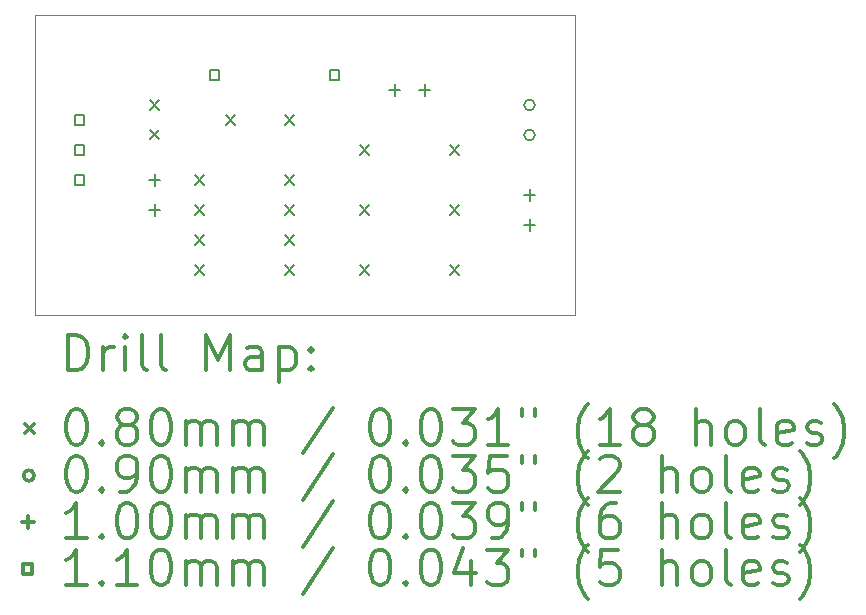
<source format=gbr>
%FSLAX45Y45*%
G04 Gerber Fmt 4.5, Leading zero omitted, Abs format (unit mm)*
G04 Created by KiCad (PCBNEW (5.1.9)-1) date 2021-04-22 01:38:21*
%MOMM*%
%LPD*%
G01*
G04 APERTURE LIST*
%TA.AperFunction,Profile*%
%ADD10C,0.050000*%
%TD*%
%ADD11C,0.200000*%
%ADD12C,0.300000*%
G04 APERTURE END LIST*
D10*
X6604000Y-4572000D02*
X2032000Y-4572000D01*
X6604000Y-2032000D02*
X2032000Y-2032000D01*
X6604000Y-4572000D02*
X6604000Y-2032000D01*
X2032000Y-2032000D02*
X2032000Y-4572000D01*
D11*
X3008000Y-2754000D02*
X3088000Y-2834000D01*
X3088000Y-2754000D02*
X3008000Y-2834000D01*
X3008000Y-3004000D02*
X3088000Y-3084000D01*
X3088000Y-3004000D02*
X3008000Y-3084000D01*
X3389000Y-3389000D02*
X3469000Y-3469000D01*
X3469000Y-3389000D02*
X3389000Y-3469000D01*
X3389000Y-3643000D02*
X3469000Y-3723000D01*
X3469000Y-3643000D02*
X3389000Y-3723000D01*
X3389000Y-3897000D02*
X3469000Y-3977000D01*
X3469000Y-3897000D02*
X3389000Y-3977000D01*
X3389000Y-4151000D02*
X3469000Y-4231000D01*
X3469000Y-4151000D02*
X3389000Y-4231000D01*
X3651000Y-2881000D02*
X3731000Y-2961000D01*
X3731000Y-2881000D02*
X3651000Y-2961000D01*
X4151000Y-2881000D02*
X4231000Y-2961000D01*
X4231000Y-2881000D02*
X4151000Y-2961000D01*
X4151000Y-3389000D02*
X4231000Y-3469000D01*
X4231000Y-3389000D02*
X4151000Y-3469000D01*
X4151000Y-3643000D02*
X4231000Y-3723000D01*
X4231000Y-3643000D02*
X4151000Y-3723000D01*
X4151000Y-3897000D02*
X4231000Y-3977000D01*
X4231000Y-3897000D02*
X4151000Y-3977000D01*
X4151000Y-4151000D02*
X4231000Y-4231000D01*
X4231000Y-4151000D02*
X4151000Y-4231000D01*
X4786000Y-3135000D02*
X4866000Y-3215000D01*
X4866000Y-3135000D02*
X4786000Y-3215000D01*
X4786000Y-3643000D02*
X4866000Y-3723000D01*
X4866000Y-3643000D02*
X4786000Y-3723000D01*
X4786000Y-4151000D02*
X4866000Y-4231000D01*
X4866000Y-4151000D02*
X4786000Y-4231000D01*
X5548000Y-3135000D02*
X5628000Y-3215000D01*
X5628000Y-3135000D02*
X5548000Y-3215000D01*
X5548000Y-3643000D02*
X5628000Y-3723000D01*
X5628000Y-3643000D02*
X5548000Y-3723000D01*
X5548000Y-4151000D02*
X5628000Y-4231000D01*
X5628000Y-4151000D02*
X5548000Y-4231000D01*
X6268000Y-2794000D02*
G75*
G03*
X6268000Y-2794000I-45000J0D01*
G01*
X6268000Y-3048000D02*
G75*
G03*
X6268000Y-3048000I-45000J0D01*
G01*
X3048000Y-3379000D02*
X3048000Y-3479000D01*
X2998000Y-3429000D02*
X3098000Y-3429000D01*
X3048000Y-3633000D02*
X3048000Y-3733000D01*
X2998000Y-3683000D02*
X3098000Y-3683000D01*
X5080000Y-2617000D02*
X5080000Y-2717000D01*
X5030000Y-2667000D02*
X5130000Y-2667000D01*
X5334000Y-2617000D02*
X5334000Y-2717000D01*
X5284000Y-2667000D02*
X5384000Y-2667000D01*
X6223000Y-3506000D02*
X6223000Y-3606000D01*
X6173000Y-3556000D02*
X6273000Y-3556000D01*
X6223000Y-3760000D02*
X6223000Y-3860000D01*
X6173000Y-3810000D02*
X6273000Y-3810000D01*
X2451891Y-2959891D02*
X2451891Y-2882109D01*
X2374109Y-2882109D01*
X2374109Y-2959891D01*
X2451891Y-2959891D01*
X2451891Y-3213891D02*
X2451891Y-3136109D01*
X2374109Y-3136109D01*
X2374109Y-3213891D01*
X2451891Y-3213891D01*
X2451891Y-3467891D02*
X2451891Y-3390109D01*
X2374109Y-3390109D01*
X2374109Y-3467891D01*
X2451891Y-3467891D01*
X3594891Y-2578891D02*
X3594891Y-2501109D01*
X3517109Y-2501109D01*
X3517109Y-2578891D01*
X3594891Y-2578891D01*
X4610891Y-2578891D02*
X4610891Y-2501109D01*
X4533109Y-2501109D01*
X4533109Y-2578891D01*
X4610891Y-2578891D01*
D12*
X2315928Y-5040214D02*
X2315928Y-4740214D01*
X2387357Y-4740214D01*
X2430214Y-4754500D01*
X2458786Y-4783072D01*
X2473071Y-4811643D01*
X2487357Y-4868786D01*
X2487357Y-4911643D01*
X2473071Y-4968786D01*
X2458786Y-4997357D01*
X2430214Y-5025929D01*
X2387357Y-5040214D01*
X2315928Y-5040214D01*
X2615928Y-5040214D02*
X2615928Y-4840214D01*
X2615928Y-4897357D02*
X2630214Y-4868786D01*
X2644500Y-4854500D01*
X2673071Y-4840214D01*
X2701643Y-4840214D01*
X2801643Y-5040214D02*
X2801643Y-4840214D01*
X2801643Y-4740214D02*
X2787357Y-4754500D01*
X2801643Y-4768786D01*
X2815928Y-4754500D01*
X2801643Y-4740214D01*
X2801643Y-4768786D01*
X2987357Y-5040214D02*
X2958786Y-5025929D01*
X2944500Y-4997357D01*
X2944500Y-4740214D01*
X3144500Y-5040214D02*
X3115928Y-5025929D01*
X3101643Y-4997357D01*
X3101643Y-4740214D01*
X3487357Y-5040214D02*
X3487357Y-4740214D01*
X3587357Y-4954500D01*
X3687357Y-4740214D01*
X3687357Y-5040214D01*
X3958786Y-5040214D02*
X3958786Y-4883072D01*
X3944500Y-4854500D01*
X3915928Y-4840214D01*
X3858786Y-4840214D01*
X3830214Y-4854500D01*
X3958786Y-5025929D02*
X3930214Y-5040214D01*
X3858786Y-5040214D01*
X3830214Y-5025929D01*
X3815928Y-4997357D01*
X3815928Y-4968786D01*
X3830214Y-4940214D01*
X3858786Y-4925929D01*
X3930214Y-4925929D01*
X3958786Y-4911643D01*
X4101643Y-4840214D02*
X4101643Y-5140214D01*
X4101643Y-4854500D02*
X4130214Y-4840214D01*
X4187357Y-4840214D01*
X4215928Y-4854500D01*
X4230214Y-4868786D01*
X4244500Y-4897357D01*
X4244500Y-4983072D01*
X4230214Y-5011643D01*
X4215928Y-5025929D01*
X4187357Y-5040214D01*
X4130214Y-5040214D01*
X4101643Y-5025929D01*
X4373071Y-5011643D02*
X4387357Y-5025929D01*
X4373071Y-5040214D01*
X4358786Y-5025929D01*
X4373071Y-5011643D01*
X4373071Y-5040214D01*
X4373071Y-4854500D02*
X4387357Y-4868786D01*
X4373071Y-4883072D01*
X4358786Y-4868786D01*
X4373071Y-4854500D01*
X4373071Y-4883072D01*
X1949500Y-5494500D02*
X2029500Y-5574500D01*
X2029500Y-5494500D02*
X1949500Y-5574500D01*
X2373071Y-5370214D02*
X2401643Y-5370214D01*
X2430214Y-5384500D01*
X2444500Y-5398786D01*
X2458786Y-5427357D01*
X2473071Y-5484500D01*
X2473071Y-5555929D01*
X2458786Y-5613071D01*
X2444500Y-5641643D01*
X2430214Y-5655929D01*
X2401643Y-5670214D01*
X2373071Y-5670214D01*
X2344500Y-5655929D01*
X2330214Y-5641643D01*
X2315928Y-5613071D01*
X2301643Y-5555929D01*
X2301643Y-5484500D01*
X2315928Y-5427357D01*
X2330214Y-5398786D01*
X2344500Y-5384500D01*
X2373071Y-5370214D01*
X2601643Y-5641643D02*
X2615928Y-5655929D01*
X2601643Y-5670214D01*
X2587357Y-5655929D01*
X2601643Y-5641643D01*
X2601643Y-5670214D01*
X2787357Y-5498786D02*
X2758786Y-5484500D01*
X2744500Y-5470214D01*
X2730214Y-5441643D01*
X2730214Y-5427357D01*
X2744500Y-5398786D01*
X2758786Y-5384500D01*
X2787357Y-5370214D01*
X2844500Y-5370214D01*
X2873071Y-5384500D01*
X2887357Y-5398786D01*
X2901643Y-5427357D01*
X2901643Y-5441643D01*
X2887357Y-5470214D01*
X2873071Y-5484500D01*
X2844500Y-5498786D01*
X2787357Y-5498786D01*
X2758786Y-5513072D01*
X2744500Y-5527357D01*
X2730214Y-5555929D01*
X2730214Y-5613071D01*
X2744500Y-5641643D01*
X2758786Y-5655929D01*
X2787357Y-5670214D01*
X2844500Y-5670214D01*
X2873071Y-5655929D01*
X2887357Y-5641643D01*
X2901643Y-5613071D01*
X2901643Y-5555929D01*
X2887357Y-5527357D01*
X2873071Y-5513072D01*
X2844500Y-5498786D01*
X3087357Y-5370214D02*
X3115928Y-5370214D01*
X3144500Y-5384500D01*
X3158786Y-5398786D01*
X3173071Y-5427357D01*
X3187357Y-5484500D01*
X3187357Y-5555929D01*
X3173071Y-5613071D01*
X3158786Y-5641643D01*
X3144500Y-5655929D01*
X3115928Y-5670214D01*
X3087357Y-5670214D01*
X3058786Y-5655929D01*
X3044500Y-5641643D01*
X3030214Y-5613071D01*
X3015928Y-5555929D01*
X3015928Y-5484500D01*
X3030214Y-5427357D01*
X3044500Y-5398786D01*
X3058786Y-5384500D01*
X3087357Y-5370214D01*
X3315928Y-5670214D02*
X3315928Y-5470214D01*
X3315928Y-5498786D02*
X3330214Y-5484500D01*
X3358786Y-5470214D01*
X3401643Y-5470214D01*
X3430214Y-5484500D01*
X3444500Y-5513072D01*
X3444500Y-5670214D01*
X3444500Y-5513072D02*
X3458786Y-5484500D01*
X3487357Y-5470214D01*
X3530214Y-5470214D01*
X3558786Y-5484500D01*
X3573071Y-5513072D01*
X3573071Y-5670214D01*
X3715928Y-5670214D02*
X3715928Y-5470214D01*
X3715928Y-5498786D02*
X3730214Y-5484500D01*
X3758786Y-5470214D01*
X3801643Y-5470214D01*
X3830214Y-5484500D01*
X3844500Y-5513072D01*
X3844500Y-5670214D01*
X3844500Y-5513072D02*
X3858786Y-5484500D01*
X3887357Y-5470214D01*
X3930214Y-5470214D01*
X3958786Y-5484500D01*
X3973071Y-5513072D01*
X3973071Y-5670214D01*
X4558786Y-5355929D02*
X4301643Y-5741643D01*
X4944500Y-5370214D02*
X4973071Y-5370214D01*
X5001643Y-5384500D01*
X5015928Y-5398786D01*
X5030214Y-5427357D01*
X5044500Y-5484500D01*
X5044500Y-5555929D01*
X5030214Y-5613071D01*
X5015928Y-5641643D01*
X5001643Y-5655929D01*
X4973071Y-5670214D01*
X4944500Y-5670214D01*
X4915928Y-5655929D01*
X4901643Y-5641643D01*
X4887357Y-5613071D01*
X4873071Y-5555929D01*
X4873071Y-5484500D01*
X4887357Y-5427357D01*
X4901643Y-5398786D01*
X4915928Y-5384500D01*
X4944500Y-5370214D01*
X5173071Y-5641643D02*
X5187357Y-5655929D01*
X5173071Y-5670214D01*
X5158786Y-5655929D01*
X5173071Y-5641643D01*
X5173071Y-5670214D01*
X5373071Y-5370214D02*
X5401643Y-5370214D01*
X5430214Y-5384500D01*
X5444500Y-5398786D01*
X5458786Y-5427357D01*
X5473071Y-5484500D01*
X5473071Y-5555929D01*
X5458786Y-5613071D01*
X5444500Y-5641643D01*
X5430214Y-5655929D01*
X5401643Y-5670214D01*
X5373071Y-5670214D01*
X5344500Y-5655929D01*
X5330214Y-5641643D01*
X5315928Y-5613071D01*
X5301643Y-5555929D01*
X5301643Y-5484500D01*
X5315928Y-5427357D01*
X5330214Y-5398786D01*
X5344500Y-5384500D01*
X5373071Y-5370214D01*
X5573071Y-5370214D02*
X5758786Y-5370214D01*
X5658786Y-5484500D01*
X5701643Y-5484500D01*
X5730214Y-5498786D01*
X5744500Y-5513072D01*
X5758786Y-5541643D01*
X5758786Y-5613071D01*
X5744500Y-5641643D01*
X5730214Y-5655929D01*
X5701643Y-5670214D01*
X5615928Y-5670214D01*
X5587357Y-5655929D01*
X5573071Y-5641643D01*
X6044500Y-5670214D02*
X5873071Y-5670214D01*
X5958786Y-5670214D02*
X5958786Y-5370214D01*
X5930214Y-5413072D01*
X5901643Y-5441643D01*
X5873071Y-5455929D01*
X6158786Y-5370214D02*
X6158786Y-5427357D01*
X6273071Y-5370214D02*
X6273071Y-5427357D01*
X6715928Y-5784500D02*
X6701643Y-5770214D01*
X6673071Y-5727357D01*
X6658786Y-5698786D01*
X6644500Y-5655929D01*
X6630214Y-5584500D01*
X6630214Y-5527357D01*
X6644500Y-5455929D01*
X6658786Y-5413072D01*
X6673071Y-5384500D01*
X6701643Y-5341643D01*
X6715928Y-5327357D01*
X6987357Y-5670214D02*
X6815928Y-5670214D01*
X6901643Y-5670214D02*
X6901643Y-5370214D01*
X6873071Y-5413072D01*
X6844500Y-5441643D01*
X6815928Y-5455929D01*
X7158786Y-5498786D02*
X7130214Y-5484500D01*
X7115928Y-5470214D01*
X7101643Y-5441643D01*
X7101643Y-5427357D01*
X7115928Y-5398786D01*
X7130214Y-5384500D01*
X7158786Y-5370214D01*
X7215928Y-5370214D01*
X7244500Y-5384500D01*
X7258786Y-5398786D01*
X7273071Y-5427357D01*
X7273071Y-5441643D01*
X7258786Y-5470214D01*
X7244500Y-5484500D01*
X7215928Y-5498786D01*
X7158786Y-5498786D01*
X7130214Y-5513072D01*
X7115928Y-5527357D01*
X7101643Y-5555929D01*
X7101643Y-5613071D01*
X7115928Y-5641643D01*
X7130214Y-5655929D01*
X7158786Y-5670214D01*
X7215928Y-5670214D01*
X7244500Y-5655929D01*
X7258786Y-5641643D01*
X7273071Y-5613071D01*
X7273071Y-5555929D01*
X7258786Y-5527357D01*
X7244500Y-5513072D01*
X7215928Y-5498786D01*
X7630214Y-5670214D02*
X7630214Y-5370214D01*
X7758786Y-5670214D02*
X7758786Y-5513072D01*
X7744500Y-5484500D01*
X7715928Y-5470214D01*
X7673071Y-5470214D01*
X7644500Y-5484500D01*
X7630214Y-5498786D01*
X7944500Y-5670214D02*
X7915928Y-5655929D01*
X7901643Y-5641643D01*
X7887357Y-5613071D01*
X7887357Y-5527357D01*
X7901643Y-5498786D01*
X7915928Y-5484500D01*
X7944500Y-5470214D01*
X7987357Y-5470214D01*
X8015928Y-5484500D01*
X8030214Y-5498786D01*
X8044500Y-5527357D01*
X8044500Y-5613071D01*
X8030214Y-5641643D01*
X8015928Y-5655929D01*
X7987357Y-5670214D01*
X7944500Y-5670214D01*
X8215928Y-5670214D02*
X8187357Y-5655929D01*
X8173071Y-5627357D01*
X8173071Y-5370214D01*
X8444500Y-5655929D02*
X8415928Y-5670214D01*
X8358786Y-5670214D01*
X8330214Y-5655929D01*
X8315928Y-5627357D01*
X8315928Y-5513072D01*
X8330214Y-5484500D01*
X8358786Y-5470214D01*
X8415928Y-5470214D01*
X8444500Y-5484500D01*
X8458786Y-5513072D01*
X8458786Y-5541643D01*
X8315928Y-5570214D01*
X8573071Y-5655929D02*
X8601643Y-5670214D01*
X8658786Y-5670214D01*
X8687357Y-5655929D01*
X8701643Y-5627357D01*
X8701643Y-5613071D01*
X8687357Y-5584500D01*
X8658786Y-5570214D01*
X8615928Y-5570214D01*
X8587357Y-5555929D01*
X8573071Y-5527357D01*
X8573071Y-5513072D01*
X8587357Y-5484500D01*
X8615928Y-5470214D01*
X8658786Y-5470214D01*
X8687357Y-5484500D01*
X8801643Y-5784500D02*
X8815928Y-5770214D01*
X8844500Y-5727357D01*
X8858786Y-5698786D01*
X8873071Y-5655929D01*
X8887357Y-5584500D01*
X8887357Y-5527357D01*
X8873071Y-5455929D01*
X8858786Y-5413072D01*
X8844500Y-5384500D01*
X8815928Y-5341643D01*
X8801643Y-5327357D01*
X2029500Y-5930500D02*
G75*
G03*
X2029500Y-5930500I-45000J0D01*
G01*
X2373071Y-5766214D02*
X2401643Y-5766214D01*
X2430214Y-5780500D01*
X2444500Y-5794786D01*
X2458786Y-5823357D01*
X2473071Y-5880500D01*
X2473071Y-5951929D01*
X2458786Y-6009071D01*
X2444500Y-6037643D01*
X2430214Y-6051929D01*
X2401643Y-6066214D01*
X2373071Y-6066214D01*
X2344500Y-6051929D01*
X2330214Y-6037643D01*
X2315928Y-6009071D01*
X2301643Y-5951929D01*
X2301643Y-5880500D01*
X2315928Y-5823357D01*
X2330214Y-5794786D01*
X2344500Y-5780500D01*
X2373071Y-5766214D01*
X2601643Y-6037643D02*
X2615928Y-6051929D01*
X2601643Y-6066214D01*
X2587357Y-6051929D01*
X2601643Y-6037643D01*
X2601643Y-6066214D01*
X2758786Y-6066214D02*
X2815928Y-6066214D01*
X2844500Y-6051929D01*
X2858786Y-6037643D01*
X2887357Y-5994786D01*
X2901643Y-5937643D01*
X2901643Y-5823357D01*
X2887357Y-5794786D01*
X2873071Y-5780500D01*
X2844500Y-5766214D01*
X2787357Y-5766214D01*
X2758786Y-5780500D01*
X2744500Y-5794786D01*
X2730214Y-5823357D01*
X2730214Y-5894786D01*
X2744500Y-5923357D01*
X2758786Y-5937643D01*
X2787357Y-5951929D01*
X2844500Y-5951929D01*
X2873071Y-5937643D01*
X2887357Y-5923357D01*
X2901643Y-5894786D01*
X3087357Y-5766214D02*
X3115928Y-5766214D01*
X3144500Y-5780500D01*
X3158786Y-5794786D01*
X3173071Y-5823357D01*
X3187357Y-5880500D01*
X3187357Y-5951929D01*
X3173071Y-6009071D01*
X3158786Y-6037643D01*
X3144500Y-6051929D01*
X3115928Y-6066214D01*
X3087357Y-6066214D01*
X3058786Y-6051929D01*
X3044500Y-6037643D01*
X3030214Y-6009071D01*
X3015928Y-5951929D01*
X3015928Y-5880500D01*
X3030214Y-5823357D01*
X3044500Y-5794786D01*
X3058786Y-5780500D01*
X3087357Y-5766214D01*
X3315928Y-6066214D02*
X3315928Y-5866214D01*
X3315928Y-5894786D02*
X3330214Y-5880500D01*
X3358786Y-5866214D01*
X3401643Y-5866214D01*
X3430214Y-5880500D01*
X3444500Y-5909071D01*
X3444500Y-6066214D01*
X3444500Y-5909071D02*
X3458786Y-5880500D01*
X3487357Y-5866214D01*
X3530214Y-5866214D01*
X3558786Y-5880500D01*
X3573071Y-5909071D01*
X3573071Y-6066214D01*
X3715928Y-6066214D02*
X3715928Y-5866214D01*
X3715928Y-5894786D02*
X3730214Y-5880500D01*
X3758786Y-5866214D01*
X3801643Y-5866214D01*
X3830214Y-5880500D01*
X3844500Y-5909071D01*
X3844500Y-6066214D01*
X3844500Y-5909071D02*
X3858786Y-5880500D01*
X3887357Y-5866214D01*
X3930214Y-5866214D01*
X3958786Y-5880500D01*
X3973071Y-5909071D01*
X3973071Y-6066214D01*
X4558786Y-5751929D02*
X4301643Y-6137643D01*
X4944500Y-5766214D02*
X4973071Y-5766214D01*
X5001643Y-5780500D01*
X5015928Y-5794786D01*
X5030214Y-5823357D01*
X5044500Y-5880500D01*
X5044500Y-5951929D01*
X5030214Y-6009071D01*
X5015928Y-6037643D01*
X5001643Y-6051929D01*
X4973071Y-6066214D01*
X4944500Y-6066214D01*
X4915928Y-6051929D01*
X4901643Y-6037643D01*
X4887357Y-6009071D01*
X4873071Y-5951929D01*
X4873071Y-5880500D01*
X4887357Y-5823357D01*
X4901643Y-5794786D01*
X4915928Y-5780500D01*
X4944500Y-5766214D01*
X5173071Y-6037643D02*
X5187357Y-6051929D01*
X5173071Y-6066214D01*
X5158786Y-6051929D01*
X5173071Y-6037643D01*
X5173071Y-6066214D01*
X5373071Y-5766214D02*
X5401643Y-5766214D01*
X5430214Y-5780500D01*
X5444500Y-5794786D01*
X5458786Y-5823357D01*
X5473071Y-5880500D01*
X5473071Y-5951929D01*
X5458786Y-6009071D01*
X5444500Y-6037643D01*
X5430214Y-6051929D01*
X5401643Y-6066214D01*
X5373071Y-6066214D01*
X5344500Y-6051929D01*
X5330214Y-6037643D01*
X5315928Y-6009071D01*
X5301643Y-5951929D01*
X5301643Y-5880500D01*
X5315928Y-5823357D01*
X5330214Y-5794786D01*
X5344500Y-5780500D01*
X5373071Y-5766214D01*
X5573071Y-5766214D02*
X5758786Y-5766214D01*
X5658786Y-5880500D01*
X5701643Y-5880500D01*
X5730214Y-5894786D01*
X5744500Y-5909071D01*
X5758786Y-5937643D01*
X5758786Y-6009071D01*
X5744500Y-6037643D01*
X5730214Y-6051929D01*
X5701643Y-6066214D01*
X5615928Y-6066214D01*
X5587357Y-6051929D01*
X5573071Y-6037643D01*
X6030214Y-5766214D02*
X5887357Y-5766214D01*
X5873071Y-5909071D01*
X5887357Y-5894786D01*
X5915928Y-5880500D01*
X5987357Y-5880500D01*
X6015928Y-5894786D01*
X6030214Y-5909071D01*
X6044500Y-5937643D01*
X6044500Y-6009071D01*
X6030214Y-6037643D01*
X6015928Y-6051929D01*
X5987357Y-6066214D01*
X5915928Y-6066214D01*
X5887357Y-6051929D01*
X5873071Y-6037643D01*
X6158786Y-5766214D02*
X6158786Y-5823357D01*
X6273071Y-5766214D02*
X6273071Y-5823357D01*
X6715928Y-6180500D02*
X6701643Y-6166214D01*
X6673071Y-6123357D01*
X6658786Y-6094786D01*
X6644500Y-6051929D01*
X6630214Y-5980500D01*
X6630214Y-5923357D01*
X6644500Y-5851929D01*
X6658786Y-5809071D01*
X6673071Y-5780500D01*
X6701643Y-5737643D01*
X6715928Y-5723357D01*
X6815928Y-5794786D02*
X6830214Y-5780500D01*
X6858786Y-5766214D01*
X6930214Y-5766214D01*
X6958786Y-5780500D01*
X6973071Y-5794786D01*
X6987357Y-5823357D01*
X6987357Y-5851929D01*
X6973071Y-5894786D01*
X6801643Y-6066214D01*
X6987357Y-6066214D01*
X7344500Y-6066214D02*
X7344500Y-5766214D01*
X7473071Y-6066214D02*
X7473071Y-5909071D01*
X7458786Y-5880500D01*
X7430214Y-5866214D01*
X7387357Y-5866214D01*
X7358786Y-5880500D01*
X7344500Y-5894786D01*
X7658786Y-6066214D02*
X7630214Y-6051929D01*
X7615928Y-6037643D01*
X7601643Y-6009071D01*
X7601643Y-5923357D01*
X7615928Y-5894786D01*
X7630214Y-5880500D01*
X7658786Y-5866214D01*
X7701643Y-5866214D01*
X7730214Y-5880500D01*
X7744500Y-5894786D01*
X7758786Y-5923357D01*
X7758786Y-6009071D01*
X7744500Y-6037643D01*
X7730214Y-6051929D01*
X7701643Y-6066214D01*
X7658786Y-6066214D01*
X7930214Y-6066214D02*
X7901643Y-6051929D01*
X7887357Y-6023357D01*
X7887357Y-5766214D01*
X8158786Y-6051929D02*
X8130214Y-6066214D01*
X8073071Y-6066214D01*
X8044500Y-6051929D01*
X8030214Y-6023357D01*
X8030214Y-5909071D01*
X8044500Y-5880500D01*
X8073071Y-5866214D01*
X8130214Y-5866214D01*
X8158786Y-5880500D01*
X8173071Y-5909071D01*
X8173071Y-5937643D01*
X8030214Y-5966214D01*
X8287357Y-6051929D02*
X8315928Y-6066214D01*
X8373071Y-6066214D01*
X8401643Y-6051929D01*
X8415928Y-6023357D01*
X8415928Y-6009071D01*
X8401643Y-5980500D01*
X8373071Y-5966214D01*
X8330214Y-5966214D01*
X8301643Y-5951929D01*
X8287357Y-5923357D01*
X8287357Y-5909071D01*
X8301643Y-5880500D01*
X8330214Y-5866214D01*
X8373071Y-5866214D01*
X8401643Y-5880500D01*
X8515928Y-6180500D02*
X8530214Y-6166214D01*
X8558786Y-6123357D01*
X8573071Y-6094786D01*
X8587357Y-6051929D01*
X8601643Y-5980500D01*
X8601643Y-5923357D01*
X8587357Y-5851929D01*
X8573071Y-5809071D01*
X8558786Y-5780500D01*
X8530214Y-5737643D01*
X8515928Y-5723357D01*
X1979500Y-6276500D02*
X1979500Y-6376500D01*
X1929500Y-6326500D02*
X2029500Y-6326500D01*
X2473071Y-6462214D02*
X2301643Y-6462214D01*
X2387357Y-6462214D02*
X2387357Y-6162214D01*
X2358786Y-6205071D01*
X2330214Y-6233643D01*
X2301643Y-6247929D01*
X2601643Y-6433643D02*
X2615928Y-6447929D01*
X2601643Y-6462214D01*
X2587357Y-6447929D01*
X2601643Y-6433643D01*
X2601643Y-6462214D01*
X2801643Y-6162214D02*
X2830214Y-6162214D01*
X2858786Y-6176500D01*
X2873071Y-6190786D01*
X2887357Y-6219357D01*
X2901643Y-6276500D01*
X2901643Y-6347929D01*
X2887357Y-6405071D01*
X2873071Y-6433643D01*
X2858786Y-6447929D01*
X2830214Y-6462214D01*
X2801643Y-6462214D01*
X2773071Y-6447929D01*
X2758786Y-6433643D01*
X2744500Y-6405071D01*
X2730214Y-6347929D01*
X2730214Y-6276500D01*
X2744500Y-6219357D01*
X2758786Y-6190786D01*
X2773071Y-6176500D01*
X2801643Y-6162214D01*
X3087357Y-6162214D02*
X3115928Y-6162214D01*
X3144500Y-6176500D01*
X3158786Y-6190786D01*
X3173071Y-6219357D01*
X3187357Y-6276500D01*
X3187357Y-6347929D01*
X3173071Y-6405071D01*
X3158786Y-6433643D01*
X3144500Y-6447929D01*
X3115928Y-6462214D01*
X3087357Y-6462214D01*
X3058786Y-6447929D01*
X3044500Y-6433643D01*
X3030214Y-6405071D01*
X3015928Y-6347929D01*
X3015928Y-6276500D01*
X3030214Y-6219357D01*
X3044500Y-6190786D01*
X3058786Y-6176500D01*
X3087357Y-6162214D01*
X3315928Y-6462214D02*
X3315928Y-6262214D01*
X3315928Y-6290786D02*
X3330214Y-6276500D01*
X3358786Y-6262214D01*
X3401643Y-6262214D01*
X3430214Y-6276500D01*
X3444500Y-6305071D01*
X3444500Y-6462214D01*
X3444500Y-6305071D02*
X3458786Y-6276500D01*
X3487357Y-6262214D01*
X3530214Y-6262214D01*
X3558786Y-6276500D01*
X3573071Y-6305071D01*
X3573071Y-6462214D01*
X3715928Y-6462214D02*
X3715928Y-6262214D01*
X3715928Y-6290786D02*
X3730214Y-6276500D01*
X3758786Y-6262214D01*
X3801643Y-6262214D01*
X3830214Y-6276500D01*
X3844500Y-6305071D01*
X3844500Y-6462214D01*
X3844500Y-6305071D02*
X3858786Y-6276500D01*
X3887357Y-6262214D01*
X3930214Y-6262214D01*
X3958786Y-6276500D01*
X3973071Y-6305071D01*
X3973071Y-6462214D01*
X4558786Y-6147929D02*
X4301643Y-6533643D01*
X4944500Y-6162214D02*
X4973071Y-6162214D01*
X5001643Y-6176500D01*
X5015928Y-6190786D01*
X5030214Y-6219357D01*
X5044500Y-6276500D01*
X5044500Y-6347929D01*
X5030214Y-6405071D01*
X5015928Y-6433643D01*
X5001643Y-6447929D01*
X4973071Y-6462214D01*
X4944500Y-6462214D01*
X4915928Y-6447929D01*
X4901643Y-6433643D01*
X4887357Y-6405071D01*
X4873071Y-6347929D01*
X4873071Y-6276500D01*
X4887357Y-6219357D01*
X4901643Y-6190786D01*
X4915928Y-6176500D01*
X4944500Y-6162214D01*
X5173071Y-6433643D02*
X5187357Y-6447929D01*
X5173071Y-6462214D01*
X5158786Y-6447929D01*
X5173071Y-6433643D01*
X5173071Y-6462214D01*
X5373071Y-6162214D02*
X5401643Y-6162214D01*
X5430214Y-6176500D01*
X5444500Y-6190786D01*
X5458786Y-6219357D01*
X5473071Y-6276500D01*
X5473071Y-6347929D01*
X5458786Y-6405071D01*
X5444500Y-6433643D01*
X5430214Y-6447929D01*
X5401643Y-6462214D01*
X5373071Y-6462214D01*
X5344500Y-6447929D01*
X5330214Y-6433643D01*
X5315928Y-6405071D01*
X5301643Y-6347929D01*
X5301643Y-6276500D01*
X5315928Y-6219357D01*
X5330214Y-6190786D01*
X5344500Y-6176500D01*
X5373071Y-6162214D01*
X5573071Y-6162214D02*
X5758786Y-6162214D01*
X5658786Y-6276500D01*
X5701643Y-6276500D01*
X5730214Y-6290786D01*
X5744500Y-6305071D01*
X5758786Y-6333643D01*
X5758786Y-6405071D01*
X5744500Y-6433643D01*
X5730214Y-6447929D01*
X5701643Y-6462214D01*
X5615928Y-6462214D01*
X5587357Y-6447929D01*
X5573071Y-6433643D01*
X5901643Y-6462214D02*
X5958786Y-6462214D01*
X5987357Y-6447929D01*
X6001643Y-6433643D01*
X6030214Y-6390786D01*
X6044500Y-6333643D01*
X6044500Y-6219357D01*
X6030214Y-6190786D01*
X6015928Y-6176500D01*
X5987357Y-6162214D01*
X5930214Y-6162214D01*
X5901643Y-6176500D01*
X5887357Y-6190786D01*
X5873071Y-6219357D01*
X5873071Y-6290786D01*
X5887357Y-6319357D01*
X5901643Y-6333643D01*
X5930214Y-6347929D01*
X5987357Y-6347929D01*
X6015928Y-6333643D01*
X6030214Y-6319357D01*
X6044500Y-6290786D01*
X6158786Y-6162214D02*
X6158786Y-6219357D01*
X6273071Y-6162214D02*
X6273071Y-6219357D01*
X6715928Y-6576500D02*
X6701643Y-6562214D01*
X6673071Y-6519357D01*
X6658786Y-6490786D01*
X6644500Y-6447929D01*
X6630214Y-6376500D01*
X6630214Y-6319357D01*
X6644500Y-6247929D01*
X6658786Y-6205071D01*
X6673071Y-6176500D01*
X6701643Y-6133643D01*
X6715928Y-6119357D01*
X6958786Y-6162214D02*
X6901643Y-6162214D01*
X6873071Y-6176500D01*
X6858786Y-6190786D01*
X6830214Y-6233643D01*
X6815928Y-6290786D01*
X6815928Y-6405071D01*
X6830214Y-6433643D01*
X6844500Y-6447929D01*
X6873071Y-6462214D01*
X6930214Y-6462214D01*
X6958786Y-6447929D01*
X6973071Y-6433643D01*
X6987357Y-6405071D01*
X6987357Y-6333643D01*
X6973071Y-6305071D01*
X6958786Y-6290786D01*
X6930214Y-6276500D01*
X6873071Y-6276500D01*
X6844500Y-6290786D01*
X6830214Y-6305071D01*
X6815928Y-6333643D01*
X7344500Y-6462214D02*
X7344500Y-6162214D01*
X7473071Y-6462214D02*
X7473071Y-6305071D01*
X7458786Y-6276500D01*
X7430214Y-6262214D01*
X7387357Y-6262214D01*
X7358786Y-6276500D01*
X7344500Y-6290786D01*
X7658786Y-6462214D02*
X7630214Y-6447929D01*
X7615928Y-6433643D01*
X7601643Y-6405071D01*
X7601643Y-6319357D01*
X7615928Y-6290786D01*
X7630214Y-6276500D01*
X7658786Y-6262214D01*
X7701643Y-6262214D01*
X7730214Y-6276500D01*
X7744500Y-6290786D01*
X7758786Y-6319357D01*
X7758786Y-6405071D01*
X7744500Y-6433643D01*
X7730214Y-6447929D01*
X7701643Y-6462214D01*
X7658786Y-6462214D01*
X7930214Y-6462214D02*
X7901643Y-6447929D01*
X7887357Y-6419357D01*
X7887357Y-6162214D01*
X8158786Y-6447929D02*
X8130214Y-6462214D01*
X8073071Y-6462214D01*
X8044500Y-6447929D01*
X8030214Y-6419357D01*
X8030214Y-6305071D01*
X8044500Y-6276500D01*
X8073071Y-6262214D01*
X8130214Y-6262214D01*
X8158786Y-6276500D01*
X8173071Y-6305071D01*
X8173071Y-6333643D01*
X8030214Y-6362214D01*
X8287357Y-6447929D02*
X8315928Y-6462214D01*
X8373071Y-6462214D01*
X8401643Y-6447929D01*
X8415928Y-6419357D01*
X8415928Y-6405071D01*
X8401643Y-6376500D01*
X8373071Y-6362214D01*
X8330214Y-6362214D01*
X8301643Y-6347929D01*
X8287357Y-6319357D01*
X8287357Y-6305071D01*
X8301643Y-6276500D01*
X8330214Y-6262214D01*
X8373071Y-6262214D01*
X8401643Y-6276500D01*
X8515928Y-6576500D02*
X8530214Y-6562214D01*
X8558786Y-6519357D01*
X8573071Y-6490786D01*
X8587357Y-6447929D01*
X8601643Y-6376500D01*
X8601643Y-6319357D01*
X8587357Y-6247929D01*
X8573071Y-6205071D01*
X8558786Y-6176500D01*
X8530214Y-6133643D01*
X8515928Y-6119357D01*
X2013391Y-6761391D02*
X2013391Y-6683609D01*
X1935609Y-6683609D01*
X1935609Y-6761391D01*
X2013391Y-6761391D01*
X2473071Y-6858214D02*
X2301643Y-6858214D01*
X2387357Y-6858214D02*
X2387357Y-6558214D01*
X2358786Y-6601071D01*
X2330214Y-6629643D01*
X2301643Y-6643929D01*
X2601643Y-6829643D02*
X2615928Y-6843929D01*
X2601643Y-6858214D01*
X2587357Y-6843929D01*
X2601643Y-6829643D01*
X2601643Y-6858214D01*
X2901643Y-6858214D02*
X2730214Y-6858214D01*
X2815928Y-6858214D02*
X2815928Y-6558214D01*
X2787357Y-6601071D01*
X2758786Y-6629643D01*
X2730214Y-6643929D01*
X3087357Y-6558214D02*
X3115928Y-6558214D01*
X3144500Y-6572500D01*
X3158786Y-6586786D01*
X3173071Y-6615357D01*
X3187357Y-6672500D01*
X3187357Y-6743929D01*
X3173071Y-6801071D01*
X3158786Y-6829643D01*
X3144500Y-6843929D01*
X3115928Y-6858214D01*
X3087357Y-6858214D01*
X3058786Y-6843929D01*
X3044500Y-6829643D01*
X3030214Y-6801071D01*
X3015928Y-6743929D01*
X3015928Y-6672500D01*
X3030214Y-6615357D01*
X3044500Y-6586786D01*
X3058786Y-6572500D01*
X3087357Y-6558214D01*
X3315928Y-6858214D02*
X3315928Y-6658214D01*
X3315928Y-6686786D02*
X3330214Y-6672500D01*
X3358786Y-6658214D01*
X3401643Y-6658214D01*
X3430214Y-6672500D01*
X3444500Y-6701071D01*
X3444500Y-6858214D01*
X3444500Y-6701071D02*
X3458786Y-6672500D01*
X3487357Y-6658214D01*
X3530214Y-6658214D01*
X3558786Y-6672500D01*
X3573071Y-6701071D01*
X3573071Y-6858214D01*
X3715928Y-6858214D02*
X3715928Y-6658214D01*
X3715928Y-6686786D02*
X3730214Y-6672500D01*
X3758786Y-6658214D01*
X3801643Y-6658214D01*
X3830214Y-6672500D01*
X3844500Y-6701071D01*
X3844500Y-6858214D01*
X3844500Y-6701071D02*
X3858786Y-6672500D01*
X3887357Y-6658214D01*
X3930214Y-6658214D01*
X3958786Y-6672500D01*
X3973071Y-6701071D01*
X3973071Y-6858214D01*
X4558786Y-6543929D02*
X4301643Y-6929643D01*
X4944500Y-6558214D02*
X4973071Y-6558214D01*
X5001643Y-6572500D01*
X5015928Y-6586786D01*
X5030214Y-6615357D01*
X5044500Y-6672500D01*
X5044500Y-6743929D01*
X5030214Y-6801071D01*
X5015928Y-6829643D01*
X5001643Y-6843929D01*
X4973071Y-6858214D01*
X4944500Y-6858214D01*
X4915928Y-6843929D01*
X4901643Y-6829643D01*
X4887357Y-6801071D01*
X4873071Y-6743929D01*
X4873071Y-6672500D01*
X4887357Y-6615357D01*
X4901643Y-6586786D01*
X4915928Y-6572500D01*
X4944500Y-6558214D01*
X5173071Y-6829643D02*
X5187357Y-6843929D01*
X5173071Y-6858214D01*
X5158786Y-6843929D01*
X5173071Y-6829643D01*
X5173071Y-6858214D01*
X5373071Y-6558214D02*
X5401643Y-6558214D01*
X5430214Y-6572500D01*
X5444500Y-6586786D01*
X5458786Y-6615357D01*
X5473071Y-6672500D01*
X5473071Y-6743929D01*
X5458786Y-6801071D01*
X5444500Y-6829643D01*
X5430214Y-6843929D01*
X5401643Y-6858214D01*
X5373071Y-6858214D01*
X5344500Y-6843929D01*
X5330214Y-6829643D01*
X5315928Y-6801071D01*
X5301643Y-6743929D01*
X5301643Y-6672500D01*
X5315928Y-6615357D01*
X5330214Y-6586786D01*
X5344500Y-6572500D01*
X5373071Y-6558214D01*
X5730214Y-6658214D02*
X5730214Y-6858214D01*
X5658786Y-6543929D02*
X5587357Y-6758214D01*
X5773071Y-6758214D01*
X5858786Y-6558214D02*
X6044500Y-6558214D01*
X5944500Y-6672500D01*
X5987357Y-6672500D01*
X6015928Y-6686786D01*
X6030214Y-6701071D01*
X6044500Y-6729643D01*
X6044500Y-6801071D01*
X6030214Y-6829643D01*
X6015928Y-6843929D01*
X5987357Y-6858214D01*
X5901643Y-6858214D01*
X5873071Y-6843929D01*
X5858786Y-6829643D01*
X6158786Y-6558214D02*
X6158786Y-6615357D01*
X6273071Y-6558214D02*
X6273071Y-6615357D01*
X6715928Y-6972500D02*
X6701643Y-6958214D01*
X6673071Y-6915357D01*
X6658786Y-6886786D01*
X6644500Y-6843929D01*
X6630214Y-6772500D01*
X6630214Y-6715357D01*
X6644500Y-6643929D01*
X6658786Y-6601071D01*
X6673071Y-6572500D01*
X6701643Y-6529643D01*
X6715928Y-6515357D01*
X6973071Y-6558214D02*
X6830214Y-6558214D01*
X6815928Y-6701071D01*
X6830214Y-6686786D01*
X6858786Y-6672500D01*
X6930214Y-6672500D01*
X6958786Y-6686786D01*
X6973071Y-6701071D01*
X6987357Y-6729643D01*
X6987357Y-6801071D01*
X6973071Y-6829643D01*
X6958786Y-6843929D01*
X6930214Y-6858214D01*
X6858786Y-6858214D01*
X6830214Y-6843929D01*
X6815928Y-6829643D01*
X7344500Y-6858214D02*
X7344500Y-6558214D01*
X7473071Y-6858214D02*
X7473071Y-6701071D01*
X7458786Y-6672500D01*
X7430214Y-6658214D01*
X7387357Y-6658214D01*
X7358786Y-6672500D01*
X7344500Y-6686786D01*
X7658786Y-6858214D02*
X7630214Y-6843929D01*
X7615928Y-6829643D01*
X7601643Y-6801071D01*
X7601643Y-6715357D01*
X7615928Y-6686786D01*
X7630214Y-6672500D01*
X7658786Y-6658214D01*
X7701643Y-6658214D01*
X7730214Y-6672500D01*
X7744500Y-6686786D01*
X7758786Y-6715357D01*
X7758786Y-6801071D01*
X7744500Y-6829643D01*
X7730214Y-6843929D01*
X7701643Y-6858214D01*
X7658786Y-6858214D01*
X7930214Y-6858214D02*
X7901643Y-6843929D01*
X7887357Y-6815357D01*
X7887357Y-6558214D01*
X8158786Y-6843929D02*
X8130214Y-6858214D01*
X8073071Y-6858214D01*
X8044500Y-6843929D01*
X8030214Y-6815357D01*
X8030214Y-6701071D01*
X8044500Y-6672500D01*
X8073071Y-6658214D01*
X8130214Y-6658214D01*
X8158786Y-6672500D01*
X8173071Y-6701071D01*
X8173071Y-6729643D01*
X8030214Y-6758214D01*
X8287357Y-6843929D02*
X8315928Y-6858214D01*
X8373071Y-6858214D01*
X8401643Y-6843929D01*
X8415928Y-6815357D01*
X8415928Y-6801071D01*
X8401643Y-6772500D01*
X8373071Y-6758214D01*
X8330214Y-6758214D01*
X8301643Y-6743929D01*
X8287357Y-6715357D01*
X8287357Y-6701071D01*
X8301643Y-6672500D01*
X8330214Y-6658214D01*
X8373071Y-6658214D01*
X8401643Y-6672500D01*
X8515928Y-6972500D02*
X8530214Y-6958214D01*
X8558786Y-6915357D01*
X8573071Y-6886786D01*
X8587357Y-6843929D01*
X8601643Y-6772500D01*
X8601643Y-6715357D01*
X8587357Y-6643929D01*
X8573071Y-6601071D01*
X8558786Y-6572500D01*
X8530214Y-6529643D01*
X8515928Y-6515357D01*
M02*

</source>
